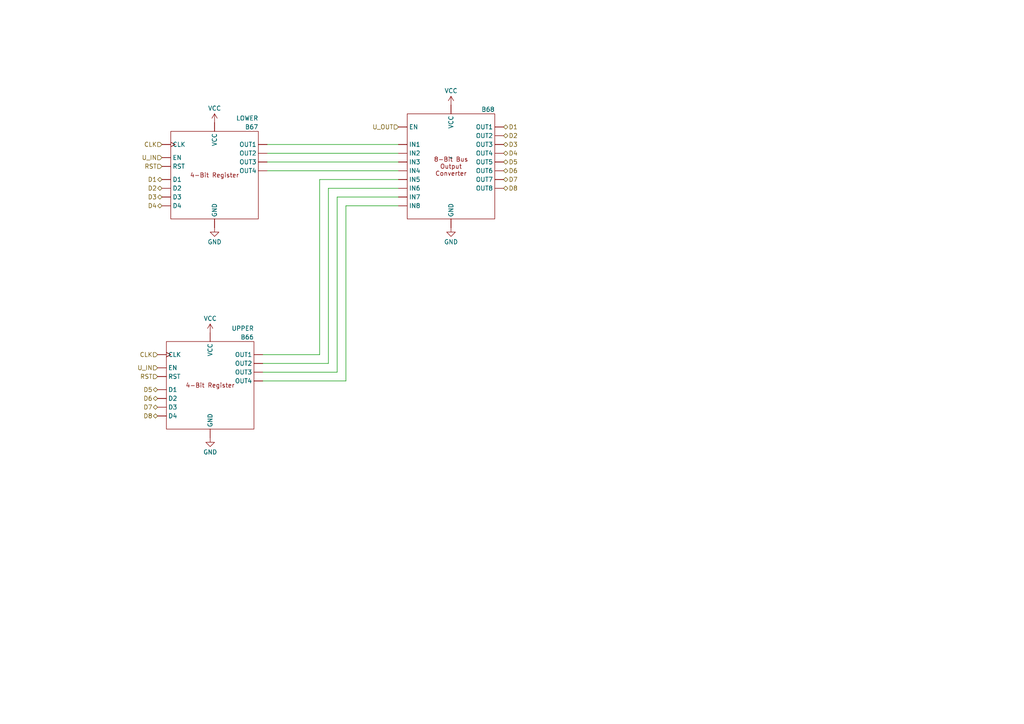
<source format=kicad_sch>
(kicad_sch (version 20230121) (generator eeschema)
  (paper "A4")
  (lib_symbols
    (symbol "MiniDragon:4-Bit Register"
      (property "Reference" "B" (at -12.7 13.97 0))
      (symbol "4-Bit Register_0_1"
        (rectangle (start -12.7 12.7) (end 12.7 -12.7))
      )
      (symbol "4-Bit Register_1_1"
        (text "4-Bit Register" (at 0 0 0) (effects (font (size 1.27 1.27))))
        (pin input clock (at -15.24 8.89 0) (length 2.54) (name "CLK") (number ""))
        (pin input line (at -15.24 -1.27 0) (length 2.54) (name "D1") (number ""))
        (pin input line (at -15.24 -3.81 0) (length 2.54) (name "D2") (number ""))
        (pin input line (at -15.24 -6.35 0) (length 2.54) (name "D3") (number ""))
        (pin input line (at -15.24 -8.89 0) (length 2.54) (name "D4") (number ""))
        (pin input line (at -15.24 5.08 0) (length 2.54) (name "EN") (number ""))
        (pin power_in line (at 0 -15.24 90) (length 2.54) (name "GND") (number ""))
        (pin output line (at 15.24 8.89 180) (length 2.54) (name "OUT1") (number ""))
        (pin output line (at 15.24 6.35 180) (length 2.54) (name "OUT2") (number ""))
        (pin output line (at 15.24 3.81 180) (length 2.54) (name "OUT3") (number ""))
        (pin output line (at 15.24 1.27 180) (length 2.54) (name "OUT4") (number ""))
        (pin input line (at -15.24 2.54 0) (length 2.54) (name "RST") (number ""))
        (pin power_in line (at 0 15.24 270) (length 2.54) (name "VCC") (number ""))
      )
    )
    (symbol "MiniDragon:8-bit Bus Output"
      (property "Reference" "B" (at -12.7 16.51 0))
      (symbol "8-bit Bus Output_0_1"
        (rectangle (start -12.7 15.24) (end 12.7 -15.24))
      )
      (symbol "8-bit Bus Output_1_1"
        (text "8-Bit Bus\nOutput\nConverter" (at 0 0 0) (effects (font (size 1.27 1.27))))
        (pin input line (at -15.24 11.43 0) (length 2.54) (name "EN") (number ""))
        (pin power_in line (at 0 -17.78 90) (length 2.54) (name "GND") (number ""))
        (pin input line (at -15.24 6.35 0) (length 2.54) (name "IN1") (number ""))
        (pin input line (at -15.24 3.81 0) (length 2.54) (name "IN2") (number ""))
        (pin input line (at -15.24 1.27 0) (length 2.54) (name "IN3") (number ""))
        (pin input line (at -15.24 -1.27 0) (length 2.54) (name "IN4") (number ""))
        (pin input line (at -15.24 -3.81 0) (length 2.54) (name "IN5") (number ""))
        (pin input line (at -15.24 -6.35 0) (length 2.54) (name "IN6") (number ""))
        (pin input line (at -15.24 -8.89 0) (length 2.54) (name "IN7") (number ""))
        (pin input line (at -15.24 -11.43 0) (length 2.54) (name "IN8") (number ""))
        (pin open_collector line (at 15.24 11.43 180) (length 2.54) (name "OUT1") (number ""))
        (pin open_collector line (at 15.24 8.89 180) (length 2.54) (name "OUT2") (number ""))
        (pin open_collector line (at 15.24 6.35 180) (length 2.54) (name "OUT3") (number ""))
        (pin open_collector line (at 15.24 3.81 180) (length 2.54) (name "OUT4") (number ""))
        (pin open_collector line (at 15.24 1.27 180) (length 2.54) (name "OUT5") (number ""))
        (pin open_collector line (at 15.24 -1.27 180) (length 2.54) (name "OUT6") (number ""))
        (pin open_collector line (at 15.24 -3.81 180) (length 2.54) (name "OUT7") (number ""))
        (pin open_collector line (at 15.24 -6.35 180) (length 2.54) (name "OUT8") (number ""))
        (pin power_in line (at 0 17.78 270) (length 2.54) (name "VCC") (number ""))
      )
    )
    (symbol "power:GND" (power) (pin_names (offset 0))
      (property "Value" "GND" (at 0 -3.81 0))
      (symbol "GND_0_1"
        (polyline (pts (xy 0 0) (xy 0 -1.27) (xy 1.27 -1.27) (xy 0 -2.54) (xy -1.27 -1.27) (xy 0 -1.27)))
      )
      (symbol "GND_1_1"
        (pin power_in line (at 0 0 270) (length 0) hide (name "GND") (number "1"))
      )
    )
    (symbol "power:VCC" (power) (pin_names (offset 0))
      (property "Value" "VCC" (at 0 3.81 0))
      (symbol "VCC_0_1"
        (polyline (pts (xy -0.762 1.27) (xy 0 2.54)))
        (polyline (pts (xy 0 0) (xy 0 2.54)))
        (polyline (pts (xy 0 2.54) (xy 0.762 1.27)))
      )
      (symbol "VCC_1_1"
        (pin power_in line (at 0 0 90) (length 0) hide (name "VCC") (number "1"))
      )
    )
  )
  (wire (pts (xy 100.33 59.69) (xy 100.33 110.49)))
  (wire (pts (xy 97.79 57.15) (xy 115.57 57.15)))
  (wire (pts (xy 77.47 49.53) (xy 115.57 49.53)))
  (wire (pts (xy 76.2 110.49) (xy 100.33 110.49)))
  (wire (pts (xy 100.33 59.69) (xy 115.57 59.69)))
  (wire (pts (xy 95.25 54.61) (xy 95.25 105.41)))
  (wire (pts (xy 77.47 46.99) (xy 115.57 46.99)))
  (wire (pts (xy 76.2 105.41) (xy 95.25 105.41)))
  (wire (pts (xy 77.47 41.91) (xy 115.57 41.91)))
  (wire (pts (xy 92.71 52.07) (xy 115.57 52.07)))
  (wire (pts (xy 95.25 54.61) (xy 115.57 54.61)))
  (wire (pts (xy 76.2 102.87) (xy 92.71 102.87)))
  (wire (pts (xy 92.71 52.07) (xy 92.71 102.87)))
  (wire (pts (xy 76.2 107.95) (xy 97.79 107.95)))
  (wire (pts (xy 77.47 44.45) (xy 115.57 44.45)))
  (wire (pts (xy 97.79 57.15) (xy 97.79 107.95)))
  (hierarchical_label "D5" (shape bidirectional) (at 146.05 46.99 0))
  (hierarchical_label "RST" (shape input) (at 46.99 48.26 180))
  (hierarchical_label "D5" (shape bidirectional) (at 45.72 113.03 180))
  (hierarchical_label "D2" (shape bidirectional) (at 46.99 54.61 180))
  (hierarchical_label "U_IN" (shape input) (at 46.99 45.72 180))
  (hierarchical_label "D7" (shape bidirectional) (at 146.05 52.07 0))
  (hierarchical_label "D8" (shape bidirectional) (at 45.72 120.65 180))
  (hierarchical_label "CLK" (shape input) (at 45.72 102.87 180))
  (hierarchical_label "CLK" (shape input) (at 46.99 41.91 180))
  (hierarchical_label "U_IN" (shape input) (at 45.72 106.68 180))
  (hierarchical_label "D1" (shape bidirectional) (at 46.99 52.07 180))
  (hierarchical_label "D4" (shape bidirectional) (at 146.05 44.45 0))
  (hierarchical_label "D3" (shape bidirectional) (at 46.99 57.15 180))
  (hierarchical_label "D4" (shape bidirectional) (at 46.99 59.69 180))
  (hierarchical_label "D2" (shape bidirectional) (at 146.05 39.37 0))
  (hierarchical_label "D8" (shape bidirectional) (at 146.05 54.61 0))
  (hierarchical_label "D7" (shape bidirectional) (at 45.72 118.11 180))
  (hierarchical_label "RST" (shape input) (at 45.72 109.22 180))
  (hierarchical_label "D6" (shape bidirectional) (at 146.05 49.53 0))
  (hierarchical_label "D1" (shape bidirectional) (at 146.05 36.83 0))
  (hierarchical_label "U_OUT" (shape input) (at 115.57 36.83 180))
  (hierarchical_label "D3" (shape bidirectional) (at 146.05 41.91 0))
  (hierarchical_label "D6" (shape bidirectional) (at 45.72 115.57 180))
  (symbol (lib_id "MiniDragon:8-bit Bus Output") (at 130.81 48.26 0) (unit 1)
    (property "Reference" "B68" (at 143.51 31.75 0) (effects (justify right)))
    (property "Value" "~" (at 130.81 45.72 0))
  )
  (symbol (lib_id "MiniDragon:4-Bit Register") (at 62.23 50.8 0) (unit 1)
    (property "Reference" "B67" (at 74.93 36.83 0) (effects (justify right)))
    (property "Value" "LOWER" (at 74.93 34.29 0) (effects (justify right)))
  )
  (symbol (lib_id "power:VCC") (at 60.96 96.52 0) (unit 1)
    (property "Reference" "#PWR0140" (effects hide))
    (property "Value" "VCC" (at 60.96 92.3869 0))
  )
  (symbol (lib_id "power:VCC") (at 130.81 30.48 0) (unit 1)
    (property "Reference" "#PWR0144" (effects hide))
    (property "Value" "VCC" (at 130.81 26.3469 0))
  )
  (symbol (lib_id "power:GND") (at 62.23 66.04 0) (unit 1)
    (property "Reference" "#PWR0143" (effects hide))
    (property "Value" "GND" (at 62.23 70.1731 0))
  )
  (symbol (lib_id "power:GND") (at 60.96 127 0) (unit 1)
    (property "Reference" "#PWR0141" (effects hide))
    (property "Value" "GND" (at 60.96 131.1331 0))
  )
  (symbol (lib_id "power:GND") (at 130.81 66.04 0) (unit 1)
    (property "Reference" "#PWR0145" (effects hide))
    (property "Value" "GND" (at 130.81 70.1731 0))
  )
  (symbol (lib_id "power:VCC") (at 62.23 35.56 0) (unit 1)
    (property "Reference" "#PWR0142" (effects hide))
    (property "Value" "VCC" (at 62.23 31.4269 0))
  )
  (symbol (lib_id "MiniDragon:4-Bit Register") (at 60.96 111.76 0) (unit 1)
    (property "Reference" "B66" (at 73.66 97.79 0) (effects (justify right)))
    (property "Value" "UPPER" (at 73.66 95.25 0) (effects (justify right)))
  )
)
</source>
